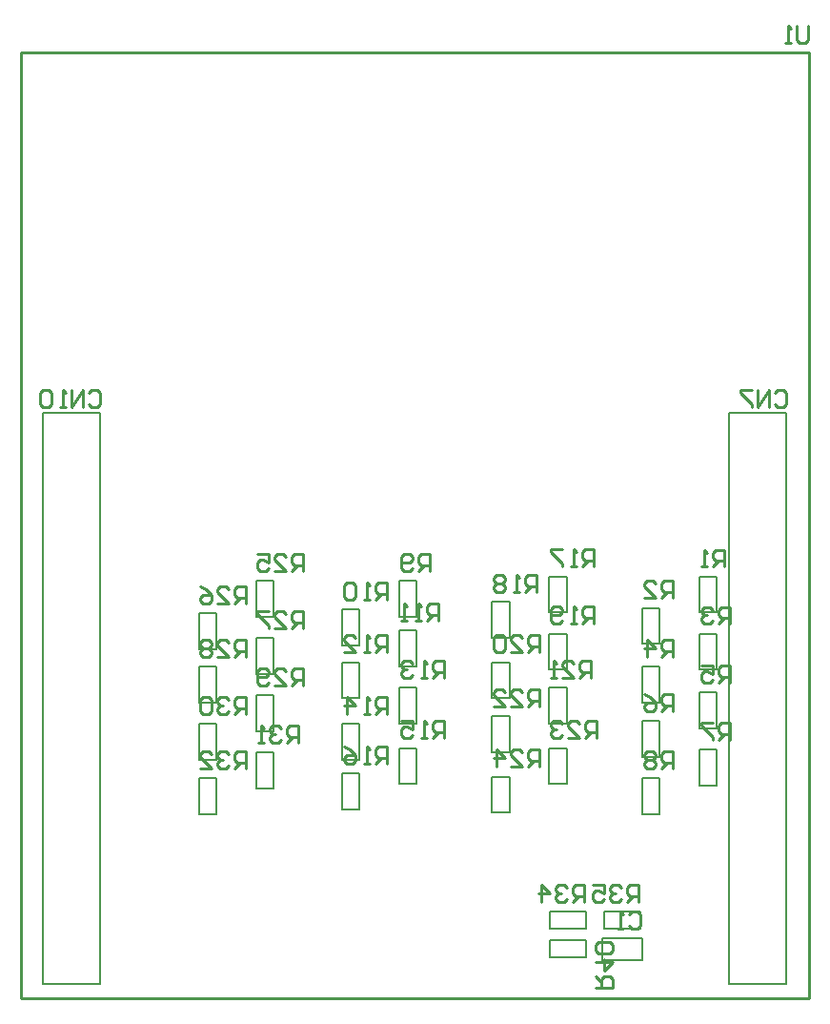
<source format=gbo>
G04*
G04 #@! TF.GenerationSoftware,Altium Limited,Altium Designer,20.0.13 (296)*
G04*
G04 Layer_Color=32896*
%FSLAX25Y25*%
%MOIN*%
G70*
G01*
G75*
%ADD12C,0.00787*%
%ADD13C,0.01000*%
D12*
X226220Y24449D02*
X235866D01*
X226220Y30551D02*
X235866D01*
Y24449D02*
X237343D01*
Y30551D01*
X235866D02*
X237343D01*
X224744Y24449D02*
X226220D01*
X224744D02*
Y30551D01*
X226220D01*
X245177Y40551D02*
X254823D01*
X245177Y34449D02*
X254823D01*
X243701Y40551D02*
X245177D01*
X243701Y34449D02*
Y40551D01*
Y34449D02*
X245177D01*
X254823Y40551D02*
X256299D01*
Y34449D02*
Y40551D01*
X254823Y34449D02*
X256299D01*
X226220Y40551D02*
X235866D01*
X226220Y34448D02*
X235866D01*
X224744Y40551D02*
X226220D01*
X224744Y34448D02*
Y40551D01*
Y34448D02*
X226220D01*
X235866Y40551D02*
X237343D01*
Y34448D02*
Y40551D01*
X235866Y34448D02*
X237343D01*
X108051Y76220D02*
Y85866D01*
X101949Y76220D02*
Y85866D01*
X108051D02*
Y87343D01*
X101949D02*
X108051D01*
X101949Y85866D02*
Y87343D01*
X108051Y74744D02*
Y76220D01*
X101949Y74744D02*
X108051D01*
X101949D02*
Y76220D01*
X128051Y85177D02*
Y94823D01*
X121949Y85177D02*
Y94823D01*
X128051D02*
Y96299D01*
X121949D02*
X128051D01*
X121949Y94823D02*
Y96299D01*
X128051Y83701D02*
Y85177D01*
X121949Y83701D02*
X128051D01*
X121949D02*
Y85177D01*
X108051Y95177D02*
Y104823D01*
X101949Y95177D02*
Y104823D01*
X108051D02*
Y106299D01*
X101949D02*
X108051D01*
X101949Y104823D02*
Y106299D01*
X108051Y93701D02*
Y95177D01*
X101949Y93701D02*
X108051D01*
X101949D02*
Y95177D01*
X128051Y105177D02*
Y114823D01*
X121949Y105177D02*
Y114823D01*
X128051D02*
Y116299D01*
X121949D02*
X128051D01*
X121949Y114823D02*
Y116299D01*
X128051Y103701D02*
Y105177D01*
X121949Y103701D02*
X128051D01*
X121949D02*
Y105177D01*
X108051Y115177D02*
Y124823D01*
X101949Y115177D02*
Y124823D01*
X108051D02*
Y126299D01*
X101949D02*
X108051D01*
X101949Y124823D02*
Y126299D01*
X108051Y113701D02*
Y115177D01*
X101949Y113701D02*
X108051D01*
X101949D02*
Y115177D01*
X128051Y125177D02*
Y134823D01*
X121949Y125177D02*
Y134823D01*
X128051D02*
Y136299D01*
X121949D02*
X128051D01*
X121949Y134823D02*
Y136299D01*
X128051Y123701D02*
Y125177D01*
X121949Y123701D02*
X128051D01*
X121949D02*
Y125177D01*
X108051Y133720D02*
Y143366D01*
X101949Y133720D02*
Y143366D01*
X108051D02*
Y144843D01*
X101949D02*
X108051D01*
X101949Y143366D02*
Y144843D01*
X108051Y132244D02*
Y133720D01*
X101949Y132244D02*
X108051D01*
X101949D02*
Y133720D01*
X128051Y145177D02*
Y154823D01*
X121949Y145177D02*
Y154823D01*
X128051D02*
Y156299D01*
X121949D02*
X128051D01*
X121949Y154823D02*
Y156299D01*
X128051Y143701D02*
Y145177D01*
X121949Y143701D02*
X128051D01*
X121949D02*
Y145177D01*
X210551Y76634D02*
Y86280D01*
X204448Y76634D02*
Y86280D01*
X210551D02*
Y87756D01*
X204448D02*
X210551D01*
X204448Y86280D02*
Y87756D01*
X210551Y75157D02*
Y76634D01*
X204448Y75157D02*
X210551D01*
X204448D02*
Y76634D01*
X230551Y86634D02*
Y96280D01*
X224448Y86634D02*
Y96280D01*
X230551D02*
Y97756D01*
X224448D02*
X230551D01*
X224448Y96280D02*
Y97756D01*
X230551Y85157D02*
Y86634D01*
X224448Y85157D02*
X230551D01*
X224448D02*
Y86634D01*
X210551Y97677D02*
Y107323D01*
X204449Y97677D02*
Y107323D01*
X210551D02*
Y108799D01*
X204449D02*
X210551D01*
X204449Y107323D02*
Y108799D01*
X210551Y96201D02*
Y97677D01*
X204449Y96201D02*
X210551D01*
X204449D02*
Y97677D01*
X230551Y107677D02*
Y117323D01*
X224449Y107677D02*
Y117323D01*
X230551D02*
Y118799D01*
X224449D02*
X230551D01*
X224449Y117323D02*
Y118799D01*
X230551Y106201D02*
Y107677D01*
X224449Y106201D02*
X230551D01*
X224449D02*
Y107677D01*
X210551Y116634D02*
Y126280D01*
X204448Y116634D02*
Y126280D01*
X210551D02*
Y127756D01*
X204448D02*
X210551D01*
X204448Y126280D02*
Y127756D01*
X210551Y115157D02*
Y116634D01*
X204448Y115157D02*
X210551D01*
X204448D02*
Y116634D01*
X230551Y126634D02*
Y136280D01*
X224448Y126634D02*
Y136280D01*
X230551D02*
Y137756D01*
X224448D02*
X230551D01*
X224448Y136280D02*
Y137756D01*
X230551Y125157D02*
Y126634D01*
X224448Y125157D02*
X230551D01*
X224448D02*
Y126634D01*
X210551Y137677D02*
Y147323D01*
X204449Y137677D02*
Y147323D01*
X210551D02*
Y148799D01*
X204449D02*
X210551D01*
X204449Y147323D02*
Y148799D01*
X210551Y136201D02*
Y137677D01*
X204449Y136201D02*
X210551D01*
X204449D02*
Y137677D01*
X230551Y146634D02*
Y156280D01*
X224448Y146634D02*
Y156280D01*
X230551D02*
Y157756D01*
X224448D02*
X230551D01*
X224448Y156280D02*
Y157756D01*
X230551Y145157D02*
Y146634D01*
X224448Y145157D02*
X230551D01*
X224448D02*
Y146634D01*
X158051Y77677D02*
Y87323D01*
X151949Y77677D02*
Y87323D01*
X158051D02*
Y88799D01*
X151949D02*
X158051D01*
X151949Y87323D02*
Y88799D01*
X158051Y76201D02*
Y77677D01*
X151949Y76201D02*
X158051D01*
X151949D02*
Y77677D01*
X178051Y86634D02*
Y96280D01*
X171948Y86634D02*
Y96280D01*
X178051D02*
Y97756D01*
X171948D02*
X178051D01*
X171948Y96280D02*
Y97756D01*
X178051Y85157D02*
Y86634D01*
X171948Y85157D02*
X178051D01*
X171948D02*
Y86634D01*
X158051Y95177D02*
Y104823D01*
X151949Y95177D02*
Y104823D01*
X158051D02*
Y106299D01*
X151949D02*
X158051D01*
X151949Y104823D02*
Y106299D01*
X158051Y93701D02*
Y95177D01*
X151949Y93701D02*
X158051D01*
X151949D02*
Y95177D01*
X178051Y107677D02*
Y117323D01*
X171949Y107677D02*
Y117323D01*
X178051D02*
Y118799D01*
X171949D02*
X178051D01*
X171949Y117323D02*
Y118799D01*
X178051Y106201D02*
Y107677D01*
X171949Y106201D02*
X178051D01*
X171949D02*
Y107677D01*
X158051Y116634D02*
Y126280D01*
X151948Y116634D02*
Y126280D01*
X158051D02*
Y127756D01*
X151948D02*
X158051D01*
X151948Y126280D02*
Y127756D01*
X158051Y115157D02*
Y116634D01*
X151948Y115157D02*
X158051D01*
X151948D02*
Y116634D01*
X178051Y127677D02*
Y137323D01*
X171949Y127677D02*
Y137323D01*
X178051D02*
Y138799D01*
X171949D02*
X178051D01*
X171949Y137323D02*
Y138799D01*
X178051Y126201D02*
Y127677D01*
X171949Y126201D02*
X178051D01*
X171949D02*
Y127677D01*
X158051Y135177D02*
Y144823D01*
X151949Y135177D02*
Y144823D01*
X158051D02*
Y146299D01*
X151949D02*
X158051D01*
X151949Y144823D02*
Y146299D01*
X158051Y133701D02*
Y135177D01*
X151949Y133701D02*
X158051D01*
X151949D02*
Y135177D01*
X178051Y145177D02*
Y154823D01*
X171949Y145177D02*
Y154823D01*
X178051D02*
Y156299D01*
X171949D02*
X178051D01*
X171949Y154823D02*
Y156299D01*
X178051Y143701D02*
Y145177D01*
X171949Y143701D02*
X178051D01*
X171949D02*
Y145177D01*
X263051Y76220D02*
Y85866D01*
X256949Y76220D02*
Y85866D01*
X263051D02*
Y87343D01*
X256949D02*
X263051D01*
X256949Y85866D02*
Y87343D01*
X263051Y74744D02*
Y76220D01*
X256949Y74744D02*
X263051D01*
X256949D02*
Y76220D01*
X283051Y86220D02*
Y95866D01*
X276949Y86220D02*
Y95866D01*
X283051D02*
Y97343D01*
X276949D02*
X283051D01*
X276949Y95866D02*
Y97343D01*
X283051Y84744D02*
Y86220D01*
X276949Y84744D02*
X283051D01*
X276949D02*
Y86220D01*
X263051Y96220D02*
Y105866D01*
X256949Y96220D02*
Y105866D01*
X263051D02*
Y107343D01*
X256949D02*
X263051D01*
X256949Y105866D02*
Y107343D01*
X263051Y94744D02*
Y96220D01*
X256949Y94744D02*
X263051D01*
X256949D02*
Y96220D01*
X283051Y106220D02*
Y115866D01*
X276949Y106220D02*
Y115866D01*
X283051D02*
Y117343D01*
X276949D02*
X283051D01*
X276949Y115866D02*
Y117343D01*
X283051Y104744D02*
Y106220D01*
X276949Y104744D02*
X283051D01*
X276949D02*
Y106220D01*
X263051Y115177D02*
Y124823D01*
X256949Y115177D02*
Y124823D01*
X263051D02*
Y126299D01*
X256949D02*
X263051D01*
X256949Y124823D02*
Y126299D01*
X263051Y113701D02*
Y115177D01*
X256949Y113701D02*
X263051D01*
X256949D02*
Y115177D01*
X283051Y126634D02*
Y136280D01*
X276948Y126634D02*
Y136280D01*
X283051D02*
Y137756D01*
X276948D02*
X283051D01*
X276948Y136280D02*
Y137756D01*
X283051Y125157D02*
Y126634D01*
X276948Y125157D02*
X283051D01*
X276948D02*
Y126634D01*
X263215Y135590D02*
Y145236D01*
X257112Y135590D02*
Y145236D01*
X263215D02*
Y146712D01*
X257112D02*
X263215D01*
X257112Y145236D02*
Y146712D01*
X263215Y134114D02*
Y135590D01*
X257112Y134114D02*
X263215D01*
X257112D02*
Y135590D01*
X283051Y146634D02*
Y156280D01*
X276948Y146634D02*
Y156280D01*
X283051D02*
Y157756D01*
X276948D02*
X283051D01*
X276948Y156280D02*
Y157756D01*
X283051Y145157D02*
Y146634D01*
X276948Y145157D02*
X283051D01*
X276948D02*
Y146634D01*
X242913Y23760D02*
X257087D01*
Y31240D01*
X242913Y23760D02*
Y31240D01*
X257087D01*
X47500Y15118D02*
X67500D01*
X47500Y215000D02*
X67500D01*
X47500Y15118D02*
Y215000D01*
X67500Y15118D02*
Y215000D01*
X287500Y15118D02*
X307500D01*
X287500Y215000D02*
X307500D01*
X287500Y15118D02*
Y215000D01*
X307500Y15118D02*
Y215000D01*
D13*
X315492Y10295D02*
Y340906D01*
X39803Y10295D02*
X315492D01*
X39803D02*
Y340906D01*
X315492D01*
X63501Y221998D02*
X64501Y222998D01*
X66500D01*
X67500Y221998D01*
Y218000D01*
X66500Y217000D01*
X64501D01*
X63501Y218000D01*
X61502Y217000D02*
Y222998D01*
X57503Y217000D01*
Y222998D01*
X55504Y217000D02*
X53505D01*
X54504D01*
Y222998D01*
X55504Y221998D01*
X50506D02*
X49506Y222998D01*
X47506D01*
X46507Y221998D01*
Y218000D01*
X47506Y217000D01*
X49506D01*
X50506Y218000D01*
Y221998D01*
X303501D02*
X304501Y222998D01*
X306500D01*
X307500Y221998D01*
Y218000D01*
X306500Y217000D01*
X304501D01*
X303501Y218000D01*
X301502Y217000D02*
Y222998D01*
X297503Y217000D01*
Y222998D01*
X295504D02*
X291505D01*
Y221998D01*
X295504Y218000D01*
Y217000D01*
X240700Y14000D02*
X246698D01*
Y16999D01*
X245698Y17999D01*
X243699D01*
X242699Y16999D01*
Y14000D01*
Y15999D02*
X240700Y17999D01*
Y22997D02*
X246698D01*
X243699Y19998D01*
Y23997D01*
X245698Y25996D02*
X246698Y26996D01*
Y28995D01*
X245698Y29995D01*
X241700D01*
X240700Y28995D01*
Y26996D01*
X241700Y25996D01*
X245698D01*
X255700Y43900D02*
Y49898D01*
X252701D01*
X251701Y48898D01*
Y46899D01*
X252701Y45899D01*
X255700D01*
X253701D02*
X251701Y43900D01*
X249702Y48898D02*
X248702Y49898D01*
X246703D01*
X245703Y48898D01*
Y47899D01*
X246703Y46899D01*
X247703D01*
X246703D01*
X245703Y45899D01*
Y44900D01*
X246703Y43900D01*
X248702D01*
X249702Y44900D01*
X239705Y49898D02*
X243704D01*
Y46899D01*
X241705Y47899D01*
X240705D01*
X239705Y46899D01*
Y44900D01*
X240705Y43900D01*
X242704D01*
X243704Y44900D01*
X236700Y43900D02*
Y49898D01*
X233701D01*
X232701Y48898D01*
Y46899D01*
X233701Y45899D01*
X236700D01*
X234701D02*
X232701Y43900D01*
X230702Y48898D02*
X229702Y49898D01*
X227703D01*
X226703Y48898D01*
Y47899D01*
X227703Y46899D01*
X228703D01*
X227703D01*
X226703Y45899D01*
Y44900D01*
X227703Y43900D01*
X229702D01*
X230702Y44900D01*
X221705Y43900D02*
Y49898D01*
X224704Y46899D01*
X220705D01*
X118500Y90743D02*
Y96741D01*
X115501D01*
X114501Y95742D01*
Y93742D01*
X115501Y92743D01*
X118500D01*
X116501D02*
X114501Y90743D01*
X112502Y95742D02*
X111502Y96741D01*
X109503D01*
X108503Y95742D01*
Y94742D01*
X109503Y93742D01*
X110503D01*
X109503D01*
X108503Y92743D01*
Y91743D01*
X109503Y90743D01*
X111502D01*
X112502Y91743D01*
X102505Y90743D02*
X106504D01*
X102505Y94742D01*
Y95742D01*
X103505Y96741D01*
X105504D01*
X106504Y95742D01*
X136600Y99700D02*
Y105698D01*
X133601D01*
X132601Y104698D01*
Y102699D01*
X133601Y101699D01*
X136600D01*
X134601D02*
X132601Y99700D01*
X130602Y104698D02*
X129602Y105698D01*
X127603D01*
X126603Y104698D01*
Y103699D01*
X127603Y102699D01*
X128603D01*
X127603D01*
X126603Y101699D01*
Y100700D01*
X127603Y99700D01*
X129602D01*
X130602Y100700D01*
X124604Y99700D02*
X122605D01*
X123604D01*
Y105698D01*
X124604Y104698D01*
X118500Y109700D02*
Y115698D01*
X115501D01*
X114501Y114698D01*
Y112699D01*
X115501Y111699D01*
X118500D01*
X116501D02*
X114501Y109700D01*
X112502Y114698D02*
X111502Y115698D01*
X109503D01*
X108503Y114698D01*
Y113699D01*
X109503Y112699D01*
X110503D01*
X109503D01*
X108503Y111699D01*
Y110700D01*
X109503Y109700D01*
X111502D01*
X112502Y110700D01*
X106504Y114698D02*
X105504Y115698D01*
X103505D01*
X102505Y114698D01*
Y110700D01*
X103505Y109700D01*
X105504D01*
X106504Y110700D01*
Y114698D01*
X138500Y119700D02*
Y125698D01*
X135501D01*
X134501Y124698D01*
Y122699D01*
X135501Y121699D01*
X138500D01*
X136501D02*
X134501Y119700D01*
X128503D02*
X132502D01*
X128503Y123699D01*
Y124698D01*
X129503Y125698D01*
X131502D01*
X132502Y124698D01*
X126504Y120700D02*
X125504Y119700D01*
X123505D01*
X122505Y120700D01*
Y124698D01*
X123505Y125698D01*
X125504D01*
X126504Y124698D01*
Y123699D01*
X125504Y122699D01*
X122505D01*
X118500Y129700D02*
Y135698D01*
X115501D01*
X114501Y134698D01*
Y132699D01*
X115501Y131699D01*
X118500D01*
X116501D02*
X114501Y129700D01*
X108503D02*
X112502D01*
X108503Y133699D01*
Y134698D01*
X109503Y135698D01*
X111502D01*
X112502Y134698D01*
X106504D02*
X105504Y135698D01*
X103505D01*
X102505Y134698D01*
Y133699D01*
X103505Y132699D01*
X102505Y131699D01*
Y130700D01*
X103505Y129700D01*
X105504D01*
X106504Y130700D01*
Y131699D01*
X105504Y132699D01*
X106504Y133699D01*
Y134698D01*
X105504Y132699D02*
X103505D01*
X138500Y139700D02*
Y145698D01*
X135501D01*
X134501Y144698D01*
Y142699D01*
X135501Y141699D01*
X138500D01*
X136501D02*
X134501Y139700D01*
X128503D02*
X132502D01*
X128503Y143699D01*
Y144698D01*
X129503Y145698D01*
X131502D01*
X132502Y144698D01*
X126504Y145698D02*
X122505D01*
Y144698D01*
X126504Y140700D01*
Y139700D01*
X118500Y148243D02*
Y154241D01*
X115501D01*
X114501Y153242D01*
Y151242D01*
X115501Y150243D01*
X118500D01*
X116501D02*
X114501Y148243D01*
X108503D02*
X112502D01*
X108503Y152242D01*
Y153242D01*
X109503Y154241D01*
X111502D01*
X112502Y153242D01*
X102505Y154241D02*
X104505Y153242D01*
X106504Y151242D01*
Y149243D01*
X105504Y148243D01*
X103505D01*
X102505Y149243D01*
Y150243D01*
X103505Y151242D01*
X106504D01*
X138500Y159700D02*
Y165698D01*
X135501D01*
X134501Y164698D01*
Y162699D01*
X135501Y161699D01*
X138500D01*
X136501D02*
X134501Y159700D01*
X128503D02*
X132502D01*
X128503Y163699D01*
Y164698D01*
X129503Y165698D01*
X131502D01*
X132502Y164698D01*
X122505Y165698D02*
X126504D01*
Y162699D01*
X124504Y163699D01*
X123505D01*
X122505Y162699D01*
Y160700D01*
X123505Y159700D01*
X125504D01*
X126504Y160700D01*
X220999Y91164D02*
Y97162D01*
X218000D01*
X217001Y96162D01*
Y94163D01*
X218000Y93163D01*
X220999D01*
X219000D02*
X217001Y91164D01*
X211003D02*
X215001D01*
X211003Y95162D01*
Y96162D01*
X212002Y97162D01*
X214002D01*
X215001Y96162D01*
X206004Y91164D02*
Y97162D01*
X209003Y94163D01*
X205005D01*
X240999Y101164D02*
Y107162D01*
X238000D01*
X237001Y106162D01*
Y104163D01*
X238000Y103163D01*
X240999D01*
X239000D02*
X237001Y101164D01*
X231003D02*
X235001D01*
X231003Y105163D01*
Y106162D01*
X232002Y107162D01*
X234002D01*
X235001Y106162D01*
X229003D02*
X228004Y107162D01*
X226004D01*
X225005Y106162D01*
Y105163D01*
X226004Y104163D01*
X227004D01*
X226004D01*
X225005Y103163D01*
Y102164D01*
X226004Y101164D01*
X228004D01*
X229003Y102164D01*
X221000Y112207D02*
Y118205D01*
X218001D01*
X217001Y117206D01*
Y115206D01*
X218001Y114206D01*
X221000D01*
X219001D02*
X217001Y112207D01*
X211003D02*
X215002D01*
X211003Y116206D01*
Y117206D01*
X212003Y118205D01*
X214002D01*
X215002Y117206D01*
X205005Y112207D02*
X209004D01*
X205005Y116206D01*
Y117206D01*
X206005Y118205D01*
X208004D01*
X209004Y117206D01*
X239100Y122200D02*
Y128198D01*
X236101D01*
X235101Y127198D01*
Y125199D01*
X236101Y124199D01*
X239100D01*
X237101D02*
X235101Y122200D01*
X229103D02*
X233102D01*
X229103Y126199D01*
Y127198D01*
X230103Y128198D01*
X232102D01*
X233102Y127198D01*
X227104Y122200D02*
X225104D01*
X226104D01*
Y128198D01*
X227104Y127198D01*
X220999Y131164D02*
Y137162D01*
X218000D01*
X217001Y136162D01*
Y134163D01*
X218000Y133163D01*
X220999D01*
X219000D02*
X217001Y131164D01*
X211003D02*
X215001D01*
X211003Y135162D01*
Y136162D01*
X212002Y137162D01*
X214002D01*
X215001Y136162D01*
X209003D02*
X208003Y137162D01*
X206004D01*
X205005Y136162D01*
Y132164D01*
X206004Y131164D01*
X208003D01*
X209003Y132164D01*
Y136162D01*
X240099Y141164D02*
Y147162D01*
X237100D01*
X236101Y146162D01*
Y144163D01*
X237100Y143163D01*
X240099D01*
X238100D02*
X236101Y141164D01*
X234101D02*
X232102D01*
X233102D01*
Y147162D01*
X234101Y146162D01*
X229103Y142164D02*
X228103Y141164D01*
X226104D01*
X225104Y142164D01*
Y146162D01*
X226104Y147162D01*
X228103D01*
X229103Y146162D01*
Y145162D01*
X228103Y144163D01*
X225104D01*
X220100Y152207D02*
Y158205D01*
X217101D01*
X216101Y157205D01*
Y155206D01*
X217101Y154206D01*
X220100D01*
X218101D02*
X216101Y152207D01*
X214102D02*
X212103D01*
X213102D01*
Y158205D01*
X214102Y157205D01*
X209104D02*
X208104Y158205D01*
X206104D01*
X205105Y157205D01*
Y156206D01*
X206104Y155206D01*
X205105Y154206D01*
Y153207D01*
X206104Y152207D01*
X208104D01*
X209104Y153207D01*
Y154206D01*
X208104Y155206D01*
X209104Y156206D01*
Y157205D01*
X208104Y155206D02*
X206104D01*
X240099Y161164D02*
Y167162D01*
X237100D01*
X236101Y166162D01*
Y164163D01*
X237100Y163163D01*
X240099D01*
X238100D02*
X236101Y161164D01*
X234101D02*
X232102D01*
X233102D01*
Y167162D01*
X234101Y166162D01*
X229103Y167162D02*
X225104D01*
Y166162D01*
X229103Y162163D01*
Y161164D01*
X167600Y92200D02*
Y98198D01*
X164601D01*
X163601Y97198D01*
Y95199D01*
X164601Y94199D01*
X167600D01*
X165601D02*
X163601Y92200D01*
X161602D02*
X159603D01*
X160602D01*
Y98198D01*
X161602Y97198D01*
X152605Y98198D02*
X154604Y97198D01*
X156604Y95199D01*
Y93200D01*
X155604Y92200D01*
X153604D01*
X152605Y93200D01*
Y94199D01*
X153604Y95199D01*
X156604D01*
X187599Y101157D02*
Y107155D01*
X184600D01*
X183601Y106155D01*
Y104156D01*
X184600Y103156D01*
X187599D01*
X185600D02*
X183601Y101157D01*
X181601D02*
X179602D01*
X180602D01*
Y107155D01*
X181601Y106155D01*
X172604Y107155D02*
X176603D01*
Y104156D01*
X174603Y105155D01*
X173604D01*
X172604Y104156D01*
Y102156D01*
X173604Y101157D01*
X175603D01*
X176603Y102156D01*
X167600Y109700D02*
Y115698D01*
X164601D01*
X163601Y114698D01*
Y112699D01*
X164601Y111699D01*
X167600D01*
X165601D02*
X163601Y109700D01*
X161602D02*
X159603D01*
X160602D01*
Y115698D01*
X161602Y114698D01*
X153604Y109700D02*
Y115698D01*
X156604Y112699D01*
X152605D01*
X187600Y122200D02*
Y128198D01*
X184601D01*
X183601Y127198D01*
Y125199D01*
X184601Y124199D01*
X187600D01*
X185601D02*
X183601Y122200D01*
X181602D02*
X179603D01*
X180602D01*
Y128198D01*
X181602Y127198D01*
X176604D02*
X175604Y128198D01*
X173605D01*
X172605Y127198D01*
Y126199D01*
X173605Y125199D01*
X174604D01*
X173605D01*
X172605Y124199D01*
Y123200D01*
X173605Y122200D01*
X175604D01*
X176604Y123200D01*
X167599Y131157D02*
Y137155D01*
X164600D01*
X163601Y136155D01*
Y134156D01*
X164600Y133156D01*
X167599D01*
X165600D02*
X163601Y131157D01*
X161601D02*
X159602D01*
X160602D01*
Y137155D01*
X161601Y136155D01*
X152604Y131157D02*
X156603D01*
X152604Y135155D01*
Y136155D01*
X153604Y137155D01*
X155603D01*
X156603Y136155D01*
X185600Y142200D02*
Y148198D01*
X182601D01*
X181601Y147198D01*
Y145199D01*
X182601Y144199D01*
X185600D01*
X183601D02*
X181601Y142200D01*
X179602D02*
X177603D01*
X178602D01*
Y148198D01*
X179602Y147198D01*
X174604Y142200D02*
X172604D01*
X173604D01*
Y148198D01*
X174604Y147198D01*
X167600Y149700D02*
Y155698D01*
X164601D01*
X163601Y154698D01*
Y152699D01*
X164601Y151699D01*
X167600D01*
X165601D02*
X163601Y149700D01*
X161602D02*
X159603D01*
X160602D01*
Y155698D01*
X161602Y154698D01*
X156604D02*
X155604Y155698D01*
X153604D01*
X152605Y154698D01*
Y150700D01*
X153604Y149700D01*
X155604D01*
X156604Y150700D01*
Y154698D01*
X182600Y159700D02*
Y165698D01*
X179601D01*
X178601Y164698D01*
Y162699D01*
X179601Y161699D01*
X182600D01*
X180601D02*
X178601Y159700D01*
X176602Y160700D02*
X175602Y159700D01*
X173603D01*
X172603Y160700D01*
Y164698D01*
X173603Y165698D01*
X175602D01*
X176602Y164698D01*
Y163699D01*
X175602Y162699D01*
X172603D01*
X267600Y90743D02*
Y96741D01*
X264601D01*
X263601Y95742D01*
Y93742D01*
X264601Y92743D01*
X267600D01*
X265601D02*
X263601Y90743D01*
X261602Y95742D02*
X260602Y96741D01*
X258603D01*
X257603Y95742D01*
Y94742D01*
X258603Y93742D01*
X257603Y92743D01*
Y91743D01*
X258603Y90743D01*
X260602D01*
X261602Y91743D01*
Y92743D01*
X260602Y93742D01*
X261602Y94742D01*
Y95742D01*
X260602Y93742D02*
X258603D01*
X287600Y100700D02*
Y106698D01*
X284601D01*
X283601Y105698D01*
Y103699D01*
X284601Y102699D01*
X287600D01*
X285601D02*
X283601Y100700D01*
X281602Y106698D02*
X277603D01*
Y105698D01*
X281602Y101700D01*
Y100700D01*
X267600Y110700D02*
Y116698D01*
X264601D01*
X263601Y115698D01*
Y113699D01*
X264601Y112699D01*
X267600D01*
X265601D02*
X263601Y110700D01*
X257603Y116698D02*
X259603Y115698D01*
X261602Y113699D01*
Y111700D01*
X260602Y110700D01*
X258603D01*
X257603Y111700D01*
Y112699D01*
X258603Y113699D01*
X261602D01*
X287600Y120700D02*
Y126698D01*
X284601D01*
X283601Y125698D01*
Y123699D01*
X284601Y122699D01*
X287600D01*
X285601D02*
X283601Y120700D01*
X277603Y126698D02*
X281602D01*
Y123699D01*
X279603Y124699D01*
X278603D01*
X277603Y123699D01*
Y121700D01*
X278603Y120700D01*
X280602D01*
X281602Y121700D01*
X267600Y129700D02*
Y135698D01*
X264601D01*
X263601Y134698D01*
Y132699D01*
X264601Y131699D01*
X267600D01*
X265601D02*
X263601Y129700D01*
X258603D02*
Y135698D01*
X261602Y132699D01*
X257603D01*
X287600Y141100D02*
Y147098D01*
X284601D01*
X283601Y146098D01*
Y144099D01*
X284601Y143099D01*
X287600D01*
X285601D02*
X283601Y141100D01*
X281602Y146098D02*
X280602Y147098D01*
X278603D01*
X277603Y146098D01*
Y145099D01*
X278603Y144099D01*
X279603D01*
X278603D01*
X277603Y143099D01*
Y142100D01*
X278603Y141100D01*
X280602D01*
X281602Y142100D01*
X267763Y150113D02*
Y156111D01*
X264764D01*
X263765Y155112D01*
Y153112D01*
X264764Y152113D01*
X267763D01*
X265764D02*
X263765Y150113D01*
X257767D02*
X261765D01*
X257767Y154112D01*
Y155112D01*
X258766Y156111D01*
X260766D01*
X261765Y155112D01*
X285600Y161100D02*
Y167098D01*
X282601D01*
X281601Y166098D01*
Y164099D01*
X282601Y163099D01*
X285600D01*
X283601D02*
X281601Y161100D01*
X279602D02*
X277603D01*
X278602D01*
Y167098D01*
X279602Y166098D01*
X252501Y39598D02*
X253501Y40598D01*
X255500D01*
X256500Y39598D01*
Y35600D01*
X255500Y34600D01*
X253501D01*
X252501Y35600D01*
X250502Y34600D02*
X248503D01*
X249502D01*
Y40598D01*
X250502Y39598D01*
X315000Y350398D02*
Y345400D01*
X314000Y344400D01*
X312001D01*
X311001Y345400D01*
Y350398D01*
X309002Y344400D02*
X307003D01*
X308002D01*
Y350398D01*
X309002Y349398D01*
M02*

</source>
